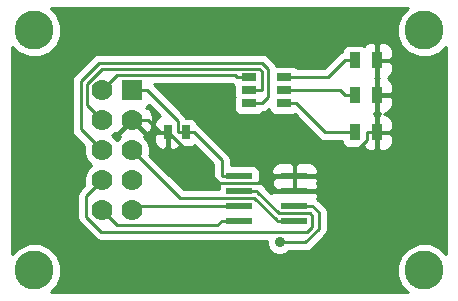
<source format=gtl>
G04 (created by PCBNEW (2013-mar-13)-testing) date Sat 10 Aug 2013 01:32:29 PM PDT*
%MOIN*%
G04 Gerber Fmt 3.4, Leading zero omitted, Abs format*
%FSLAX34Y34*%
G01*
G70*
G90*
G04 APERTURE LIST*
%ADD10C,0.005906*%
%ADD11R,0.025000X0.045000*%
%ADD12R,0.070000X0.070000*%
%ADD13C,0.070000*%
%ADD14R,0.035000X0.055000*%
%ADD15R,0.051200X0.027600*%
%ADD16R,0.088600X0.019700*%
%ADD17C,0.130000*%
%ADD18C,0.035000*%
%ADD19C,0.010000*%
G04 APERTURE END LIST*
G54D10*
G54D11*
X46050Y-34400D03*
X45450Y-34400D03*
G54D12*
X44250Y-33000D03*
G54D13*
X43250Y-33000D03*
X44250Y-34000D03*
X43250Y-34000D03*
X44250Y-35000D03*
X43250Y-35000D03*
X44250Y-36000D03*
X43250Y-36000D03*
X44250Y-37000D03*
X43250Y-37000D03*
G54D14*
X51675Y-34400D03*
X52425Y-34400D03*
X51675Y-33150D03*
X52425Y-33150D03*
X51675Y-32000D03*
X52425Y-32000D03*
G54D15*
X48169Y-32567D03*
X48169Y-33000D03*
X48169Y-33433D03*
X49331Y-32567D03*
X49331Y-33000D03*
X49331Y-33433D03*
G54D16*
X47835Y-37350D03*
X47835Y-36850D03*
X47835Y-36350D03*
X47835Y-35850D03*
X49666Y-37350D03*
X49666Y-36850D03*
X49666Y-36350D03*
X49666Y-35850D03*
G54D17*
X41000Y-31000D03*
X54000Y-31000D03*
X41000Y-39000D03*
X54000Y-39000D03*
G54D18*
X49175Y-38065D03*
G54D19*
X46050Y-34400D02*
X45774Y-34400D01*
X47241Y-35316D02*
X46325Y-34400D01*
X47241Y-35850D02*
X47241Y-35316D01*
X47835Y-35850D02*
X47241Y-35850D01*
X46050Y-34400D02*
X46325Y-34400D01*
X45774Y-34024D02*
X44750Y-33000D01*
X45774Y-34400D02*
X45774Y-34024D01*
X44250Y-33000D02*
X44750Y-33000D01*
X47835Y-36350D02*
X48428Y-36350D01*
X48428Y-36378D02*
X49148Y-37098D01*
X48428Y-36350D02*
X48428Y-36378D01*
X42724Y-36525D02*
X43250Y-36000D01*
X42724Y-37213D02*
X42724Y-36525D01*
X43232Y-37722D02*
X42724Y-37213D01*
X50074Y-37722D02*
X43232Y-37722D01*
X50259Y-37537D02*
X50074Y-37722D01*
X50259Y-37176D02*
X50259Y-37537D01*
X50180Y-37098D02*
X50259Y-37176D01*
X49148Y-37098D02*
X50180Y-37098D01*
X45848Y-36598D02*
X44250Y-35000D01*
X48337Y-36598D02*
X45848Y-36598D01*
X49072Y-37334D02*
X48337Y-36598D01*
X49072Y-37350D02*
X49072Y-37334D01*
X49665Y-37350D02*
X49072Y-37350D01*
X50474Y-37065D02*
X50474Y-37623D01*
X50259Y-36850D02*
X50474Y-37065D01*
X49665Y-36850D02*
X50259Y-36850D01*
X50031Y-38065D02*
X49175Y-38065D01*
X50474Y-37623D02*
X50031Y-38065D01*
X44400Y-36850D02*
X44250Y-37000D01*
X47835Y-36850D02*
X44400Y-36850D01*
X47835Y-37350D02*
X47241Y-37350D01*
X47241Y-37350D02*
X47091Y-37500D01*
X43750Y-37500D02*
X43250Y-37000D01*
X47091Y-37500D02*
X43750Y-37500D01*
X48169Y-33432D02*
X48575Y-33432D01*
X42543Y-34293D02*
X43250Y-35000D01*
X42543Y-32696D02*
X42543Y-34293D01*
X43160Y-32078D02*
X42543Y-32696D01*
X48572Y-32078D02*
X43160Y-32078D01*
X48775Y-32281D02*
X48572Y-32078D01*
X48775Y-33232D02*
X48775Y-32281D01*
X48575Y-33432D02*
X48775Y-33232D01*
X43250Y-34000D02*
X42743Y-33493D01*
X42743Y-33493D02*
X42743Y-32779D01*
X48575Y-32364D02*
X48575Y-33000D01*
X48489Y-32278D02*
X48575Y-32364D01*
X43243Y-32278D02*
X48489Y-32278D01*
X42743Y-32779D02*
X43243Y-32278D01*
X48169Y-33000D02*
X48575Y-33000D01*
X43750Y-32499D02*
X43250Y-33000D01*
X47695Y-32499D02*
X43750Y-32499D01*
X47762Y-32567D02*
X47695Y-32499D01*
X48169Y-32567D02*
X47762Y-32567D01*
X44774Y-34000D02*
X45174Y-34400D01*
X44250Y-34000D02*
X44774Y-34000D01*
X52425Y-32000D02*
X52425Y-33150D01*
X52425Y-33150D02*
X52425Y-34400D01*
X45450Y-34400D02*
X45174Y-34400D01*
X49665Y-36350D02*
X49072Y-36350D01*
X52425Y-34400D02*
X52099Y-34400D01*
X50893Y-35850D02*
X49665Y-35850D01*
X52099Y-34643D02*
X50893Y-35850D01*
X52099Y-34400D02*
X52099Y-34643D01*
X49665Y-35850D02*
X49072Y-35850D01*
X49072Y-35850D02*
X48824Y-36098D01*
X47148Y-36098D02*
X48824Y-36098D01*
X45450Y-34400D02*
X47148Y-36098D01*
X49072Y-36347D02*
X49072Y-36350D01*
X48824Y-36098D02*
X49072Y-36347D01*
X51199Y-33000D02*
X51349Y-33150D01*
X49330Y-33000D02*
X51199Y-33000D01*
X51675Y-33150D02*
X51349Y-33150D01*
X50782Y-32567D02*
X51349Y-32000D01*
X49330Y-32567D02*
X50782Y-32567D01*
X51675Y-32000D02*
X51349Y-32000D01*
X50704Y-34400D02*
X51675Y-34400D01*
X49737Y-33432D02*
X50704Y-34400D01*
X49330Y-33432D02*
X49737Y-33432D01*
G54D10*
G36*
X47169Y-36135D02*
X47142Y-36201D01*
X47142Y-36298D01*
X45972Y-36298D01*
X45425Y-35750D01*
X45425Y-34887D01*
X45425Y-34425D01*
X45062Y-34425D01*
X44975Y-34512D01*
X44975Y-34555D01*
X44975Y-34694D01*
X45028Y-34823D01*
X45126Y-34921D01*
X45255Y-34975D01*
X45337Y-34975D01*
X45425Y-34887D01*
X45425Y-35750D01*
X44950Y-35276D01*
X44833Y-35159D01*
X44849Y-35119D01*
X44850Y-34881D01*
X44758Y-34660D01*
X44655Y-34557D01*
X44674Y-34460D01*
X44250Y-34035D01*
X43825Y-34460D01*
X43844Y-34557D01*
X43749Y-34651D01*
X43598Y-34499D01*
X43692Y-34405D01*
X43789Y-34424D01*
X44214Y-34000D01*
X44209Y-33994D01*
X44244Y-33959D01*
X44250Y-33964D01*
X44255Y-33959D01*
X44290Y-33994D01*
X44285Y-34000D01*
X44710Y-34424D01*
X44841Y-34399D01*
X44949Y-34142D01*
X44950Y-33863D01*
X44845Y-33605D01*
X44841Y-33600D01*
X44710Y-33575D01*
X44710Y-33574D01*
X44741Y-33561D01*
X44811Y-33491D01*
X44813Y-33487D01*
X45181Y-33855D01*
X45126Y-33878D01*
X45028Y-33976D01*
X44975Y-34105D01*
X44975Y-34244D01*
X44975Y-34287D01*
X45062Y-34375D01*
X45425Y-34375D01*
X45425Y-34367D01*
X45474Y-34367D01*
X45474Y-34400D01*
X45479Y-34425D01*
X45475Y-34425D01*
X45475Y-34887D01*
X45562Y-34975D01*
X45644Y-34975D01*
X45773Y-34921D01*
X45836Y-34858D01*
X45875Y-34875D01*
X45974Y-34875D01*
X46224Y-34875D01*
X46316Y-34836D01*
X46327Y-34826D01*
X46941Y-35441D01*
X46941Y-35850D01*
X46964Y-35964D01*
X47029Y-36062D01*
X47127Y-36127D01*
X47169Y-36135D01*
X47169Y-36135D01*
G37*
G54D19*
X47169Y-36135D02*
X47142Y-36201D01*
X47142Y-36298D01*
X45972Y-36298D01*
X45425Y-35750D01*
X45425Y-34887D01*
X45425Y-34425D01*
X45062Y-34425D01*
X44975Y-34512D01*
X44975Y-34555D01*
X44975Y-34694D01*
X45028Y-34823D01*
X45126Y-34921D01*
X45255Y-34975D01*
X45337Y-34975D01*
X45425Y-34887D01*
X45425Y-35750D01*
X44950Y-35276D01*
X44833Y-35159D01*
X44849Y-35119D01*
X44850Y-34881D01*
X44758Y-34660D01*
X44655Y-34557D01*
X44674Y-34460D01*
X44250Y-34035D01*
X43825Y-34460D01*
X43844Y-34557D01*
X43749Y-34651D01*
X43598Y-34499D01*
X43692Y-34405D01*
X43789Y-34424D01*
X44214Y-34000D01*
X44209Y-33994D01*
X44244Y-33959D01*
X44250Y-33964D01*
X44255Y-33959D01*
X44290Y-33994D01*
X44285Y-34000D01*
X44710Y-34424D01*
X44841Y-34399D01*
X44949Y-34142D01*
X44950Y-33863D01*
X44845Y-33605D01*
X44841Y-33600D01*
X44710Y-33575D01*
X44710Y-33574D01*
X44741Y-33561D01*
X44811Y-33491D01*
X44813Y-33487D01*
X45181Y-33855D01*
X45126Y-33878D01*
X45028Y-33976D01*
X44975Y-34105D01*
X44975Y-34244D01*
X44975Y-34287D01*
X45062Y-34375D01*
X45425Y-34375D01*
X45425Y-34367D01*
X45474Y-34367D01*
X45474Y-34400D01*
X45479Y-34425D01*
X45475Y-34425D01*
X45475Y-34887D01*
X45562Y-34975D01*
X45644Y-34975D01*
X45773Y-34921D01*
X45836Y-34858D01*
X45875Y-34875D01*
X45974Y-34875D01*
X46224Y-34875D01*
X46316Y-34836D01*
X46327Y-34826D01*
X46941Y-35441D01*
X46941Y-35850D01*
X46964Y-35964D01*
X47029Y-36062D01*
X47127Y-36127D01*
X47169Y-36135D01*
G54D10*
G36*
X54730Y-38457D02*
X54510Y-38237D01*
X54179Y-38100D01*
X53821Y-38099D01*
X53490Y-38236D01*
X53237Y-38489D01*
X53100Y-38820D01*
X53099Y-39178D01*
X53236Y-39509D01*
X53457Y-39730D01*
X52950Y-39730D01*
X52950Y-34744D01*
X52950Y-34605D01*
X52950Y-34512D01*
X52950Y-34287D01*
X52950Y-34194D01*
X52950Y-34055D01*
X52896Y-33926D01*
X52798Y-33828D01*
X52669Y-33775D01*
X52798Y-33721D01*
X52896Y-33623D01*
X52950Y-33494D01*
X52950Y-33355D01*
X52950Y-33262D01*
X52950Y-33037D01*
X52950Y-32944D01*
X52950Y-32805D01*
X52896Y-32676D01*
X52798Y-32578D01*
X52790Y-32575D01*
X52798Y-32571D01*
X52896Y-32473D01*
X52950Y-32344D01*
X52950Y-32205D01*
X52950Y-32112D01*
X52950Y-31887D01*
X52950Y-31794D01*
X52950Y-31655D01*
X52896Y-31526D01*
X52798Y-31428D01*
X52669Y-31375D01*
X52537Y-31375D01*
X52450Y-31462D01*
X52450Y-31975D01*
X52862Y-31975D01*
X52950Y-31887D01*
X52950Y-32112D01*
X52862Y-32025D01*
X52450Y-32025D01*
X52450Y-32537D01*
X52487Y-32575D01*
X52450Y-32612D01*
X52450Y-33125D01*
X52862Y-33125D01*
X52950Y-33037D01*
X52950Y-33262D01*
X52862Y-33175D01*
X52450Y-33175D01*
X52450Y-33687D01*
X52537Y-33775D01*
X52450Y-33862D01*
X52450Y-34375D01*
X52862Y-34375D01*
X52950Y-34287D01*
X52950Y-34512D01*
X52862Y-34425D01*
X52450Y-34425D01*
X52450Y-34937D01*
X52537Y-35025D01*
X52669Y-35025D01*
X52798Y-34971D01*
X52896Y-34873D01*
X52950Y-34744D01*
X52950Y-39730D01*
X52400Y-39730D01*
X52400Y-34937D01*
X52400Y-34425D01*
X52392Y-34425D01*
X52392Y-34375D01*
X52400Y-34375D01*
X52400Y-33862D01*
X52312Y-33775D01*
X52400Y-33687D01*
X52400Y-33175D01*
X52392Y-33175D01*
X52392Y-33125D01*
X52400Y-33125D01*
X52400Y-32612D01*
X52362Y-32575D01*
X52400Y-32537D01*
X52400Y-32025D01*
X52392Y-32025D01*
X52392Y-31975D01*
X52400Y-31975D01*
X52400Y-31462D01*
X52312Y-31375D01*
X52180Y-31375D01*
X52051Y-31428D01*
X51974Y-31505D01*
X51899Y-31475D01*
X51800Y-31475D01*
X51450Y-31475D01*
X51358Y-31513D01*
X51288Y-31583D01*
X51250Y-31675D01*
X51250Y-31719D01*
X51235Y-31722D01*
X51137Y-31787D01*
X50658Y-32267D01*
X49778Y-32267D01*
X49728Y-32217D01*
X49636Y-32179D01*
X49537Y-32179D01*
X49054Y-32179D01*
X49052Y-32166D01*
X49052Y-32166D01*
X49026Y-32127D01*
X48987Y-32069D01*
X48784Y-31866D01*
X48687Y-31801D01*
X48572Y-31778D01*
X43160Y-31778D01*
X43045Y-31801D01*
X42948Y-31866D01*
X42331Y-32484D01*
X42266Y-32581D01*
X42243Y-32696D01*
X42243Y-34293D01*
X42266Y-34408D01*
X42331Y-34505D01*
X42666Y-34840D01*
X42650Y-34880D01*
X42649Y-35118D01*
X42741Y-35339D01*
X42901Y-35500D01*
X42741Y-35659D01*
X42650Y-35880D01*
X42649Y-36118D01*
X42666Y-36159D01*
X42512Y-36313D01*
X42447Y-36410D01*
X42424Y-36525D01*
X42424Y-37213D01*
X42447Y-37328D01*
X42512Y-37426D01*
X43020Y-37934D01*
X43020Y-37934D01*
X43117Y-37999D01*
X43232Y-38022D01*
X48750Y-38022D01*
X48750Y-38150D01*
X48815Y-38306D01*
X48934Y-38426D01*
X49090Y-38490D01*
X49259Y-38491D01*
X49415Y-38426D01*
X49476Y-38365D01*
X50031Y-38365D01*
X50031Y-38365D01*
X50146Y-38343D01*
X50146Y-38343D01*
X50243Y-38278D01*
X50686Y-37835D01*
X50686Y-37835D01*
X50725Y-37777D01*
X50751Y-37738D01*
X50751Y-37738D01*
X50774Y-37623D01*
X50774Y-37065D01*
X50751Y-36950D01*
X50751Y-36950D01*
X50725Y-36911D01*
X50686Y-36853D01*
X50471Y-36637D01*
X50422Y-36605D01*
X50459Y-36518D01*
X50459Y-36462D01*
X50459Y-36237D01*
X50459Y-36181D01*
X50425Y-36100D01*
X50459Y-36018D01*
X50459Y-35962D01*
X50459Y-35737D01*
X50459Y-35681D01*
X50405Y-35553D01*
X50307Y-35454D01*
X50178Y-35401D01*
X50039Y-35401D01*
X49778Y-35401D01*
X49691Y-35489D01*
X49691Y-35825D01*
X50371Y-35825D01*
X50459Y-35737D01*
X50459Y-35962D01*
X50371Y-35875D01*
X49691Y-35875D01*
X49691Y-35989D01*
X49691Y-36211D01*
X49691Y-36325D01*
X50371Y-36325D01*
X50459Y-36237D01*
X50459Y-36462D01*
X50371Y-36375D01*
X49691Y-36375D01*
X49691Y-36382D01*
X49641Y-36382D01*
X49641Y-36375D01*
X49641Y-36325D01*
X49641Y-36211D01*
X49641Y-35989D01*
X49641Y-35875D01*
X49641Y-35825D01*
X49641Y-35489D01*
X49553Y-35401D01*
X49292Y-35401D01*
X49153Y-35401D01*
X49024Y-35454D01*
X48926Y-35553D01*
X48873Y-35681D01*
X48873Y-35737D01*
X48960Y-35825D01*
X49641Y-35825D01*
X49641Y-35875D01*
X48960Y-35875D01*
X48873Y-35962D01*
X48873Y-36018D01*
X48906Y-36100D01*
X48873Y-36181D01*
X48873Y-36237D01*
X48960Y-36325D01*
X49641Y-36325D01*
X49641Y-36375D01*
X48960Y-36375D01*
X48904Y-36430D01*
X48696Y-36222D01*
X48640Y-36137D01*
X48542Y-36072D01*
X48500Y-36064D01*
X48528Y-35998D01*
X48528Y-35898D01*
X48528Y-35701D01*
X48489Y-35609D01*
X48419Y-35539D01*
X48327Y-35501D01*
X48228Y-35501D01*
X47541Y-35501D01*
X47541Y-35316D01*
X47519Y-35201D01*
X47519Y-35201D01*
X47493Y-35162D01*
X47454Y-35104D01*
X46537Y-34187D01*
X46439Y-34122D01*
X46422Y-34119D01*
X46386Y-34033D01*
X46316Y-33963D01*
X46224Y-33925D01*
X46125Y-33925D01*
X46055Y-33925D01*
X46052Y-33909D01*
X45987Y-33812D01*
X45987Y-33812D01*
X44974Y-32799D01*
X47581Y-32799D01*
X47581Y-32799D01*
X47648Y-32844D01*
X47648Y-32844D01*
X47663Y-32847D01*
X47663Y-32911D01*
X47663Y-33187D01*
X47674Y-33216D01*
X47663Y-33245D01*
X47663Y-33344D01*
X47663Y-33620D01*
X47701Y-33712D01*
X47771Y-33782D01*
X47863Y-33821D01*
X47962Y-33821D01*
X48474Y-33821D01*
X48566Y-33782D01*
X48626Y-33722D01*
X48626Y-33722D01*
X48689Y-33710D01*
X48689Y-33710D01*
X48787Y-33645D01*
X48825Y-33607D01*
X48825Y-33620D01*
X48863Y-33712D01*
X48933Y-33782D01*
X49025Y-33821D01*
X49124Y-33821D01*
X49636Y-33821D01*
X49682Y-33802D01*
X50491Y-34612D01*
X50491Y-34612D01*
X50589Y-34677D01*
X50704Y-34700D01*
X51250Y-34700D01*
X51250Y-34724D01*
X51288Y-34816D01*
X51358Y-34886D01*
X51450Y-34925D01*
X51549Y-34925D01*
X51899Y-34925D01*
X51974Y-34894D01*
X52051Y-34971D01*
X52180Y-35025D01*
X52312Y-35025D01*
X52400Y-34937D01*
X52400Y-39730D01*
X41542Y-39730D01*
X41762Y-39510D01*
X41899Y-39179D01*
X41900Y-38821D01*
X41763Y-38490D01*
X41510Y-38237D01*
X41179Y-38100D01*
X40821Y-38099D01*
X40490Y-38236D01*
X40269Y-38457D01*
X40269Y-31542D01*
X40489Y-31762D01*
X40820Y-31899D01*
X41178Y-31900D01*
X41509Y-31763D01*
X41762Y-31510D01*
X41899Y-31179D01*
X41900Y-30821D01*
X41763Y-30490D01*
X41542Y-30269D01*
X53457Y-30269D01*
X53237Y-30489D01*
X53100Y-30820D01*
X53099Y-31178D01*
X53236Y-31509D01*
X53489Y-31762D01*
X53820Y-31899D01*
X54178Y-31900D01*
X54509Y-31763D01*
X54730Y-31542D01*
X54730Y-38457D01*
X54730Y-38457D01*
G37*
G54D19*
X54730Y-38457D02*
X54510Y-38237D01*
X54179Y-38100D01*
X53821Y-38099D01*
X53490Y-38236D01*
X53237Y-38489D01*
X53100Y-38820D01*
X53099Y-39178D01*
X53236Y-39509D01*
X53457Y-39730D01*
X52950Y-39730D01*
X52950Y-34744D01*
X52950Y-34605D01*
X52950Y-34512D01*
X52950Y-34287D01*
X52950Y-34194D01*
X52950Y-34055D01*
X52896Y-33926D01*
X52798Y-33828D01*
X52669Y-33775D01*
X52798Y-33721D01*
X52896Y-33623D01*
X52950Y-33494D01*
X52950Y-33355D01*
X52950Y-33262D01*
X52950Y-33037D01*
X52950Y-32944D01*
X52950Y-32805D01*
X52896Y-32676D01*
X52798Y-32578D01*
X52790Y-32575D01*
X52798Y-32571D01*
X52896Y-32473D01*
X52950Y-32344D01*
X52950Y-32205D01*
X52950Y-32112D01*
X52950Y-31887D01*
X52950Y-31794D01*
X52950Y-31655D01*
X52896Y-31526D01*
X52798Y-31428D01*
X52669Y-31375D01*
X52537Y-31375D01*
X52450Y-31462D01*
X52450Y-31975D01*
X52862Y-31975D01*
X52950Y-31887D01*
X52950Y-32112D01*
X52862Y-32025D01*
X52450Y-32025D01*
X52450Y-32537D01*
X52487Y-32575D01*
X52450Y-32612D01*
X52450Y-33125D01*
X52862Y-33125D01*
X52950Y-33037D01*
X52950Y-33262D01*
X52862Y-33175D01*
X52450Y-33175D01*
X52450Y-33687D01*
X52537Y-33775D01*
X52450Y-33862D01*
X52450Y-34375D01*
X52862Y-34375D01*
X52950Y-34287D01*
X52950Y-34512D01*
X52862Y-34425D01*
X52450Y-34425D01*
X52450Y-34937D01*
X52537Y-35025D01*
X52669Y-35025D01*
X52798Y-34971D01*
X52896Y-34873D01*
X52950Y-34744D01*
X52950Y-39730D01*
X52400Y-39730D01*
X52400Y-34937D01*
X52400Y-34425D01*
X52392Y-34425D01*
X52392Y-34375D01*
X52400Y-34375D01*
X52400Y-33862D01*
X52312Y-33775D01*
X52400Y-33687D01*
X52400Y-33175D01*
X52392Y-33175D01*
X52392Y-33125D01*
X52400Y-33125D01*
X52400Y-32612D01*
X52362Y-32575D01*
X52400Y-32537D01*
X52400Y-32025D01*
X52392Y-32025D01*
X52392Y-31975D01*
X52400Y-31975D01*
X52400Y-31462D01*
X52312Y-31375D01*
X52180Y-31375D01*
X52051Y-31428D01*
X51974Y-31505D01*
X51899Y-31475D01*
X51800Y-31475D01*
X51450Y-31475D01*
X51358Y-31513D01*
X51288Y-31583D01*
X51250Y-31675D01*
X51250Y-31719D01*
X51235Y-31722D01*
X51137Y-31787D01*
X50658Y-32267D01*
X49778Y-32267D01*
X49728Y-32217D01*
X49636Y-32179D01*
X49537Y-32179D01*
X49054Y-32179D01*
X49052Y-32166D01*
X49052Y-32166D01*
X49026Y-32127D01*
X48987Y-32069D01*
X48784Y-31866D01*
X48687Y-31801D01*
X48572Y-31778D01*
X43160Y-31778D01*
X43045Y-31801D01*
X42948Y-31866D01*
X42331Y-32484D01*
X42266Y-32581D01*
X42243Y-32696D01*
X42243Y-34293D01*
X42266Y-34408D01*
X42331Y-34505D01*
X42666Y-34840D01*
X42650Y-34880D01*
X42649Y-35118D01*
X42741Y-35339D01*
X42901Y-35500D01*
X42741Y-35659D01*
X42650Y-35880D01*
X42649Y-36118D01*
X42666Y-36159D01*
X42512Y-36313D01*
X42447Y-36410D01*
X42424Y-36525D01*
X42424Y-37213D01*
X42447Y-37328D01*
X42512Y-37426D01*
X43020Y-37934D01*
X43020Y-37934D01*
X43117Y-37999D01*
X43232Y-38022D01*
X48750Y-38022D01*
X48750Y-38150D01*
X48815Y-38306D01*
X48934Y-38426D01*
X49090Y-38490D01*
X49259Y-38491D01*
X49415Y-38426D01*
X49476Y-38365D01*
X50031Y-38365D01*
X50031Y-38365D01*
X50146Y-38343D01*
X50146Y-38343D01*
X50243Y-38278D01*
X50686Y-37835D01*
X50686Y-37835D01*
X50725Y-37777D01*
X50751Y-37738D01*
X50751Y-37738D01*
X50774Y-37623D01*
X50774Y-37065D01*
X50751Y-36950D01*
X50751Y-36950D01*
X50725Y-36911D01*
X50686Y-36853D01*
X50471Y-36637D01*
X50422Y-36605D01*
X50459Y-36518D01*
X50459Y-36462D01*
X50459Y-36237D01*
X50459Y-36181D01*
X50425Y-36100D01*
X50459Y-36018D01*
X50459Y-35962D01*
X50459Y-35737D01*
X50459Y-35681D01*
X50405Y-35553D01*
X50307Y-35454D01*
X50178Y-35401D01*
X50039Y-35401D01*
X49778Y-35401D01*
X49691Y-35489D01*
X49691Y-35825D01*
X50371Y-35825D01*
X50459Y-35737D01*
X50459Y-35962D01*
X50371Y-35875D01*
X49691Y-35875D01*
X49691Y-35989D01*
X49691Y-36211D01*
X49691Y-36325D01*
X50371Y-36325D01*
X50459Y-36237D01*
X50459Y-36462D01*
X50371Y-36375D01*
X49691Y-36375D01*
X49691Y-36382D01*
X49641Y-36382D01*
X49641Y-36375D01*
X49641Y-36325D01*
X49641Y-36211D01*
X49641Y-35989D01*
X49641Y-35875D01*
X49641Y-35825D01*
X49641Y-35489D01*
X49553Y-35401D01*
X49292Y-35401D01*
X49153Y-35401D01*
X49024Y-35454D01*
X48926Y-35553D01*
X48873Y-35681D01*
X48873Y-35737D01*
X48960Y-35825D01*
X49641Y-35825D01*
X49641Y-35875D01*
X48960Y-35875D01*
X48873Y-35962D01*
X48873Y-36018D01*
X48906Y-36100D01*
X48873Y-36181D01*
X48873Y-36237D01*
X48960Y-36325D01*
X49641Y-36325D01*
X49641Y-36375D01*
X48960Y-36375D01*
X48904Y-36430D01*
X48696Y-36222D01*
X48640Y-36137D01*
X48542Y-36072D01*
X48500Y-36064D01*
X48528Y-35998D01*
X48528Y-35898D01*
X48528Y-35701D01*
X48489Y-35609D01*
X48419Y-35539D01*
X48327Y-35501D01*
X48228Y-35501D01*
X47541Y-35501D01*
X47541Y-35316D01*
X47519Y-35201D01*
X47519Y-35201D01*
X47493Y-35162D01*
X47454Y-35104D01*
X46537Y-34187D01*
X46439Y-34122D01*
X46422Y-34119D01*
X46386Y-34033D01*
X46316Y-33963D01*
X46224Y-33925D01*
X46125Y-33925D01*
X46055Y-33925D01*
X46052Y-33909D01*
X45987Y-33812D01*
X45987Y-33812D01*
X44974Y-32799D01*
X47581Y-32799D01*
X47581Y-32799D01*
X47648Y-32844D01*
X47648Y-32844D01*
X47663Y-32847D01*
X47663Y-32911D01*
X47663Y-33187D01*
X47674Y-33216D01*
X47663Y-33245D01*
X47663Y-33344D01*
X47663Y-33620D01*
X47701Y-33712D01*
X47771Y-33782D01*
X47863Y-33821D01*
X47962Y-33821D01*
X48474Y-33821D01*
X48566Y-33782D01*
X48626Y-33722D01*
X48626Y-33722D01*
X48689Y-33710D01*
X48689Y-33710D01*
X48787Y-33645D01*
X48825Y-33607D01*
X48825Y-33620D01*
X48863Y-33712D01*
X48933Y-33782D01*
X49025Y-33821D01*
X49124Y-33821D01*
X49636Y-33821D01*
X49682Y-33802D01*
X50491Y-34612D01*
X50491Y-34612D01*
X50589Y-34677D01*
X50704Y-34700D01*
X51250Y-34700D01*
X51250Y-34724D01*
X51288Y-34816D01*
X51358Y-34886D01*
X51450Y-34925D01*
X51549Y-34925D01*
X51899Y-34925D01*
X51974Y-34894D01*
X52051Y-34971D01*
X52180Y-35025D01*
X52312Y-35025D01*
X52400Y-34937D01*
X52400Y-39730D01*
X41542Y-39730D01*
X41762Y-39510D01*
X41899Y-39179D01*
X41900Y-38821D01*
X41763Y-38490D01*
X41510Y-38237D01*
X41179Y-38100D01*
X40821Y-38099D01*
X40490Y-38236D01*
X40269Y-38457D01*
X40269Y-31542D01*
X40489Y-31762D01*
X40820Y-31899D01*
X41178Y-31900D01*
X41509Y-31763D01*
X41762Y-31510D01*
X41899Y-31179D01*
X41900Y-30821D01*
X41763Y-30490D01*
X41542Y-30269D01*
X53457Y-30269D01*
X53237Y-30489D01*
X53100Y-30820D01*
X53099Y-31178D01*
X53236Y-31509D01*
X53489Y-31762D01*
X53820Y-31899D01*
X54178Y-31900D01*
X54509Y-31763D01*
X54730Y-31542D01*
X54730Y-38457D01*
M02*

</source>
